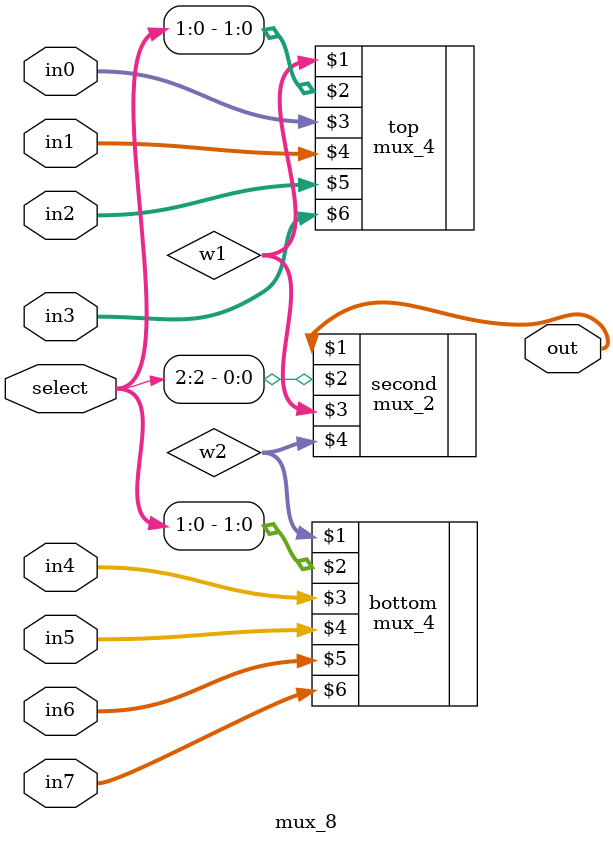
<source format=v>
module mux_8(out, select, in0, in1, in2, in3, in4, in5, in6, in7);
    input[2:0] select;
    input[31:0] in0, in1, in2, in3, in4, in5, in6, in7;
    output [31:0] out;
    wire [31:0] w1, w2;
    mux_4 top(w1, select[1:0], in0, in1, in2, in3);
    mux_4 bottom(w2, select[1:0], in4, in5, in6, in7);
    mux_2 second(out, select[2], w1, w2);
endmodule
</source>
